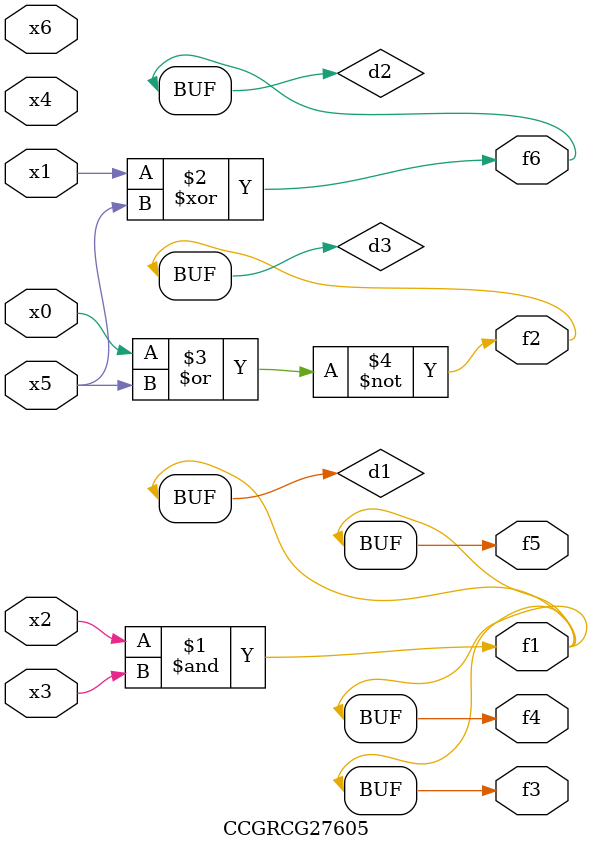
<source format=v>
module CCGRCG27605(
	input x0, x1, x2, x3, x4, x5, x6,
	output f1, f2, f3, f4, f5, f6
);

	wire d1, d2, d3;

	and (d1, x2, x3);
	xor (d2, x1, x5);
	nor (d3, x0, x5);
	assign f1 = d1;
	assign f2 = d3;
	assign f3 = d1;
	assign f4 = d1;
	assign f5 = d1;
	assign f6 = d2;
endmodule

</source>
